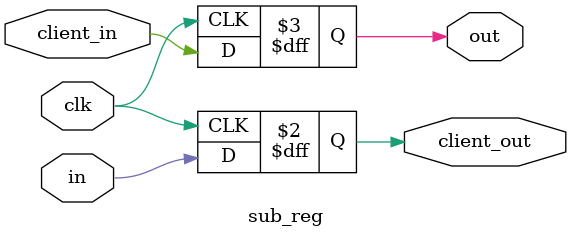
<source format=sv>
module sub_reg (
  input  logic clk,
  input  logic in,
  output logic client_out,
  input  logic client_in,
  output logic out
);
  always_ff @(posedge clk) begin
     client_out <= in;
     out <= client_in;
  end
endmodule

module aliases_sub_reg (
  input logic i_clk
);
  logic a__to__client_a, client_a__to__a, a__to__b;
  logic b__to__client_b, client_b__to__b, b__to__a;
  sub_reg u_a(.clk(i_clk), .in(b__to__a), .client_out(), .client_in(), .out(a__to__b));
  sub_reg u_b(.clk(i_clk), .in(a__to__b), .client_out(), .client_in(), .out(b__to__a));
endmodule

</source>
